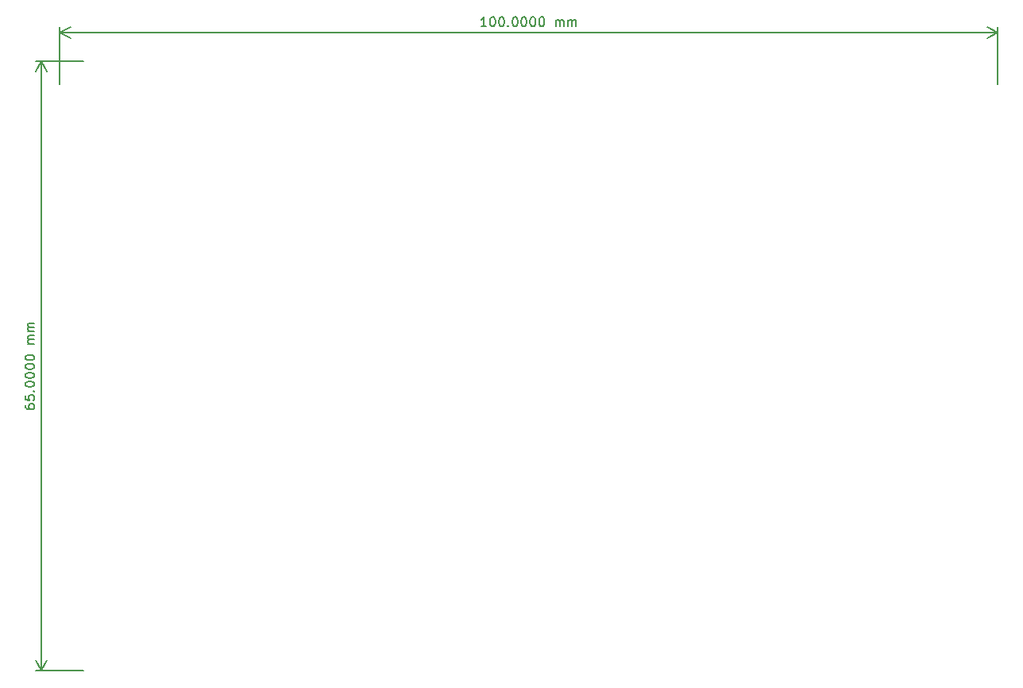
<source format=gbr>
%TF.GenerationSoftware,KiCad,Pcbnew,(6.0.4)*%
%TF.CreationDate,2022-04-20T16:37:51+09:00*%
%TF.ProjectId,KiCad,4b694361-642e-46b6-9963-61645f706362,rev?*%
%TF.SameCoordinates,Original*%
%TF.FileFunction,Other,Comment*%
%FSLAX46Y46*%
G04 Gerber Fmt 4.6, Leading zero omitted, Abs format (unit mm)*
G04 Created by KiCad (PCBNEW (6.0.4)) date 2022-04-20 16:37:51*
%MOMM*%
%LPD*%
G01*
G04 APERTURE LIST*
%ADD10C,0.150000*%
G04 APERTURE END LIST*
D10*
X145476190Y-51302380D02*
X144904761Y-51302380D01*
X145190476Y-51302380D02*
X145190476Y-50302380D01*
X145095238Y-50445238D01*
X145000000Y-50540476D01*
X144904761Y-50588095D01*
X146095238Y-50302380D02*
X146190476Y-50302380D01*
X146285714Y-50350000D01*
X146333333Y-50397619D01*
X146380952Y-50492857D01*
X146428571Y-50683333D01*
X146428571Y-50921428D01*
X146380952Y-51111904D01*
X146333333Y-51207142D01*
X146285714Y-51254761D01*
X146190476Y-51302380D01*
X146095238Y-51302380D01*
X146000000Y-51254761D01*
X145952380Y-51207142D01*
X145904761Y-51111904D01*
X145857142Y-50921428D01*
X145857142Y-50683333D01*
X145904761Y-50492857D01*
X145952380Y-50397619D01*
X146000000Y-50350000D01*
X146095238Y-50302380D01*
X147047619Y-50302380D02*
X147142857Y-50302380D01*
X147238095Y-50350000D01*
X147285714Y-50397619D01*
X147333333Y-50492857D01*
X147380952Y-50683333D01*
X147380952Y-50921428D01*
X147333333Y-51111904D01*
X147285714Y-51207142D01*
X147238095Y-51254761D01*
X147142857Y-51302380D01*
X147047619Y-51302380D01*
X146952380Y-51254761D01*
X146904761Y-51207142D01*
X146857142Y-51111904D01*
X146809523Y-50921428D01*
X146809523Y-50683333D01*
X146857142Y-50492857D01*
X146904761Y-50397619D01*
X146952380Y-50350000D01*
X147047619Y-50302380D01*
X147809523Y-51207142D02*
X147857142Y-51254761D01*
X147809523Y-51302380D01*
X147761904Y-51254761D01*
X147809523Y-51207142D01*
X147809523Y-51302380D01*
X148476190Y-50302380D02*
X148571428Y-50302380D01*
X148666666Y-50350000D01*
X148714285Y-50397619D01*
X148761904Y-50492857D01*
X148809523Y-50683333D01*
X148809523Y-50921428D01*
X148761904Y-51111904D01*
X148714285Y-51207142D01*
X148666666Y-51254761D01*
X148571428Y-51302380D01*
X148476190Y-51302380D01*
X148380952Y-51254761D01*
X148333333Y-51207142D01*
X148285714Y-51111904D01*
X148238095Y-50921428D01*
X148238095Y-50683333D01*
X148285714Y-50492857D01*
X148333333Y-50397619D01*
X148380952Y-50350000D01*
X148476190Y-50302380D01*
X149428571Y-50302380D02*
X149523809Y-50302380D01*
X149619047Y-50350000D01*
X149666666Y-50397619D01*
X149714285Y-50492857D01*
X149761904Y-50683333D01*
X149761904Y-50921428D01*
X149714285Y-51111904D01*
X149666666Y-51207142D01*
X149619047Y-51254761D01*
X149523809Y-51302380D01*
X149428571Y-51302380D01*
X149333333Y-51254761D01*
X149285714Y-51207142D01*
X149238095Y-51111904D01*
X149190476Y-50921428D01*
X149190476Y-50683333D01*
X149238095Y-50492857D01*
X149285714Y-50397619D01*
X149333333Y-50350000D01*
X149428571Y-50302380D01*
X150380952Y-50302380D02*
X150476190Y-50302380D01*
X150571428Y-50350000D01*
X150619047Y-50397619D01*
X150666666Y-50492857D01*
X150714285Y-50683333D01*
X150714285Y-50921428D01*
X150666666Y-51111904D01*
X150619047Y-51207142D01*
X150571428Y-51254761D01*
X150476190Y-51302380D01*
X150380952Y-51302380D01*
X150285714Y-51254761D01*
X150238095Y-51207142D01*
X150190476Y-51111904D01*
X150142857Y-50921428D01*
X150142857Y-50683333D01*
X150190476Y-50492857D01*
X150238095Y-50397619D01*
X150285714Y-50350000D01*
X150380952Y-50302380D01*
X151333333Y-50302380D02*
X151428571Y-50302380D01*
X151523809Y-50350000D01*
X151571428Y-50397619D01*
X151619047Y-50492857D01*
X151666666Y-50683333D01*
X151666666Y-50921428D01*
X151619047Y-51111904D01*
X151571428Y-51207142D01*
X151523809Y-51254761D01*
X151428571Y-51302380D01*
X151333333Y-51302380D01*
X151238095Y-51254761D01*
X151190476Y-51207142D01*
X151142857Y-51111904D01*
X151095238Y-50921428D01*
X151095238Y-50683333D01*
X151142857Y-50492857D01*
X151190476Y-50397619D01*
X151238095Y-50350000D01*
X151333333Y-50302380D01*
X152857142Y-51302380D02*
X152857142Y-50635714D01*
X152857142Y-50730952D02*
X152904761Y-50683333D01*
X153000000Y-50635714D01*
X153142857Y-50635714D01*
X153238095Y-50683333D01*
X153285714Y-50778571D01*
X153285714Y-51302380D01*
X153285714Y-50778571D02*
X153333333Y-50683333D01*
X153428571Y-50635714D01*
X153571428Y-50635714D01*
X153666666Y-50683333D01*
X153714285Y-50778571D01*
X153714285Y-51302380D01*
X154190476Y-51302380D02*
X154190476Y-50635714D01*
X154190476Y-50730952D02*
X154238095Y-50683333D01*
X154333333Y-50635714D01*
X154476190Y-50635714D01*
X154571428Y-50683333D01*
X154619047Y-50778571D01*
X154619047Y-51302380D01*
X154619047Y-50778571D02*
X154666666Y-50683333D01*
X154761904Y-50635714D01*
X154904761Y-50635714D01*
X155000000Y-50683333D01*
X155047619Y-50778571D01*
X155047619Y-51302380D01*
X100000000Y-57500000D02*
X100000000Y-51413580D01*
X200000000Y-57500000D02*
X200000000Y-51413580D01*
X100000000Y-52000000D02*
X200000000Y-52000000D01*
X100000000Y-52000000D02*
X200000000Y-52000000D01*
X100000000Y-52000000D02*
X101126504Y-52586421D01*
X100000000Y-52000000D02*
X101126504Y-51413579D01*
X200000000Y-52000000D02*
X198873496Y-51413579D01*
X200000000Y-52000000D02*
X198873496Y-52586421D01*
X96302380Y-91642857D02*
X96302380Y-91833333D01*
X96350000Y-91928571D01*
X96397619Y-91976190D01*
X96540476Y-92071428D01*
X96730952Y-92119047D01*
X97111904Y-92119047D01*
X97207142Y-92071428D01*
X97254761Y-92023809D01*
X97302380Y-91928571D01*
X97302380Y-91738095D01*
X97254761Y-91642857D01*
X97207142Y-91595238D01*
X97111904Y-91547619D01*
X96873809Y-91547619D01*
X96778571Y-91595238D01*
X96730952Y-91642857D01*
X96683333Y-91738095D01*
X96683333Y-91928571D01*
X96730952Y-92023809D01*
X96778571Y-92071428D01*
X96873809Y-92119047D01*
X96302380Y-90642857D02*
X96302380Y-91119047D01*
X96778571Y-91166666D01*
X96730952Y-91119047D01*
X96683333Y-91023809D01*
X96683333Y-90785714D01*
X96730952Y-90690476D01*
X96778571Y-90642857D01*
X96873809Y-90595238D01*
X97111904Y-90595238D01*
X97207142Y-90642857D01*
X97254761Y-90690476D01*
X97302380Y-90785714D01*
X97302380Y-91023809D01*
X97254761Y-91119047D01*
X97207142Y-91166666D01*
X97207142Y-90166666D02*
X97254761Y-90119047D01*
X97302380Y-90166666D01*
X97254761Y-90214285D01*
X97207142Y-90166666D01*
X97302380Y-90166666D01*
X96302380Y-89500000D02*
X96302380Y-89404761D01*
X96350000Y-89309523D01*
X96397619Y-89261904D01*
X96492857Y-89214285D01*
X96683333Y-89166666D01*
X96921428Y-89166666D01*
X97111904Y-89214285D01*
X97207142Y-89261904D01*
X97254761Y-89309523D01*
X97302380Y-89404761D01*
X97302380Y-89500000D01*
X97254761Y-89595238D01*
X97207142Y-89642857D01*
X97111904Y-89690476D01*
X96921428Y-89738095D01*
X96683333Y-89738095D01*
X96492857Y-89690476D01*
X96397619Y-89642857D01*
X96350000Y-89595238D01*
X96302380Y-89500000D01*
X96302380Y-88547619D02*
X96302380Y-88452380D01*
X96350000Y-88357142D01*
X96397619Y-88309523D01*
X96492857Y-88261904D01*
X96683333Y-88214285D01*
X96921428Y-88214285D01*
X97111904Y-88261904D01*
X97207142Y-88309523D01*
X97254761Y-88357142D01*
X97302380Y-88452380D01*
X97302380Y-88547619D01*
X97254761Y-88642857D01*
X97207142Y-88690476D01*
X97111904Y-88738095D01*
X96921428Y-88785714D01*
X96683333Y-88785714D01*
X96492857Y-88738095D01*
X96397619Y-88690476D01*
X96350000Y-88642857D01*
X96302380Y-88547619D01*
X96302380Y-87595238D02*
X96302380Y-87500000D01*
X96350000Y-87404761D01*
X96397619Y-87357142D01*
X96492857Y-87309523D01*
X96683333Y-87261904D01*
X96921428Y-87261904D01*
X97111904Y-87309523D01*
X97207142Y-87357142D01*
X97254761Y-87404761D01*
X97302380Y-87500000D01*
X97302380Y-87595238D01*
X97254761Y-87690476D01*
X97207142Y-87738095D01*
X97111904Y-87785714D01*
X96921428Y-87833333D01*
X96683333Y-87833333D01*
X96492857Y-87785714D01*
X96397619Y-87738095D01*
X96350000Y-87690476D01*
X96302380Y-87595238D01*
X96302380Y-86642857D02*
X96302380Y-86547619D01*
X96350000Y-86452380D01*
X96397619Y-86404761D01*
X96492857Y-86357142D01*
X96683333Y-86309523D01*
X96921428Y-86309523D01*
X97111904Y-86357142D01*
X97207142Y-86404761D01*
X97254761Y-86452380D01*
X97302380Y-86547619D01*
X97302380Y-86642857D01*
X97254761Y-86738095D01*
X97207142Y-86785714D01*
X97111904Y-86833333D01*
X96921428Y-86880952D01*
X96683333Y-86880952D01*
X96492857Y-86833333D01*
X96397619Y-86785714D01*
X96350000Y-86738095D01*
X96302380Y-86642857D01*
X97302380Y-85119047D02*
X96635714Y-85119047D01*
X96730952Y-85119047D02*
X96683333Y-85071428D01*
X96635714Y-84976190D01*
X96635714Y-84833333D01*
X96683333Y-84738095D01*
X96778571Y-84690476D01*
X97302380Y-84690476D01*
X96778571Y-84690476D02*
X96683333Y-84642857D01*
X96635714Y-84547619D01*
X96635714Y-84404761D01*
X96683333Y-84309523D01*
X96778571Y-84261904D01*
X97302380Y-84261904D01*
X97302380Y-83785714D02*
X96635714Y-83785714D01*
X96730952Y-83785714D02*
X96683333Y-83738095D01*
X96635714Y-83642857D01*
X96635714Y-83500000D01*
X96683333Y-83404761D01*
X96778571Y-83357142D01*
X97302380Y-83357142D01*
X96778571Y-83357142D02*
X96683333Y-83309523D01*
X96635714Y-83214285D01*
X96635714Y-83071428D01*
X96683333Y-82976190D01*
X96778571Y-82928571D01*
X97302380Y-82928571D01*
X102500000Y-55000000D02*
X97413580Y-55000000D01*
X102500000Y-120000000D02*
X97413580Y-120000000D01*
X98000000Y-55000000D02*
X98000000Y-120000000D01*
X98000000Y-55000000D02*
X98000000Y-120000000D01*
X98000000Y-55000000D02*
X97413579Y-56126504D01*
X98000000Y-55000000D02*
X98586421Y-56126504D01*
X98000000Y-120000000D02*
X98586421Y-118873496D01*
X98000000Y-120000000D02*
X97413579Y-118873496D01*
M02*

</source>
